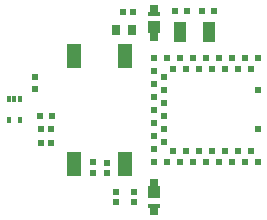
<source format=gtp>
G04 Layer_Color=8421504*
%FSLAX25Y25*%
%MOIN*%
G70*
G01*
G75*
%ADD10R,0.02362X0.02165*%
%ADD11R,0.02165X0.02362*%
%ADD12R,0.01929X0.01929*%
%ADD13R,0.04488X0.01181*%
%ADD14R,0.03150X0.02559*%
%ADD15R,0.04488X0.04016*%
%ADD16R,0.01969X0.02362*%
%ADD17R,0.02362X0.01969*%
%ADD18R,0.03937X0.07087*%
%ADD19R,0.05118X0.08268*%
%ADD20R,0.03150X0.03543*%
%ADD21R,0.01476X0.01969*%
D10*
X-37673Y-11000D02*
D03*
X-34327D02*
D03*
Y-6500D02*
D03*
X-37673Y-6500D02*
D03*
X-10173Y32500D02*
D03*
X-6827Y32500D02*
D03*
D11*
X-12500Y-27327D02*
D03*
Y-30673D02*
D03*
X-6500Y-27327D02*
D03*
Y-30673D02*
D03*
X-15700Y-20873D02*
D03*
Y-17527D02*
D03*
D12*
X34602Y-17296D02*
D03*
X30272D02*
D03*
X32437Y-13753D02*
D03*
X25941Y-17296D02*
D03*
X21610Y-17296D02*
D03*
X17279D02*
D03*
X12949D02*
D03*
X8618Y-17296D02*
D03*
X28106Y-13753D02*
D03*
X23776D02*
D03*
X34602Y6523D02*
D03*
Y-6469D02*
D03*
X10784Y-13753D02*
D03*
X6453D02*
D03*
X19445D02*
D03*
X15114D02*
D03*
X4287Y-17296D02*
D03*
X-43Y-12965D02*
D03*
X-43Y-17296D02*
D03*
X3500Y-10800D02*
D03*
X-43Y-8635D02*
D03*
X3500Y-2139D02*
D03*
Y-6469D02*
D03*
Y6523D02*
D03*
Y2192D02*
D03*
X-43Y-4304D02*
D03*
X-43Y27D02*
D03*
X-43Y8688D02*
D03*
Y4358D02*
D03*
X23776Y13806D02*
D03*
X19445D02*
D03*
X32437D02*
D03*
X28106D02*
D03*
X34602Y17350D02*
D03*
X30272D02*
D03*
X17279D02*
D03*
X15114Y13806D02*
D03*
X25941Y17350D02*
D03*
X21610D02*
D03*
X6453Y13806D02*
D03*
X3500Y10853D02*
D03*
X10784Y13806D02*
D03*
X-43Y13019D02*
D03*
X12949Y17350D02*
D03*
X4287D02*
D03*
X-43D02*
D03*
X8618D02*
D03*
D13*
X0Y-31876D02*
D03*
Y31876D02*
D03*
D14*
Y-24258D02*
D03*
Y-33648D02*
D03*
Y24258D02*
D03*
Y33648D02*
D03*
D15*
Y-27506D02*
D03*
Y27506D02*
D03*
D16*
X-34032Y-2000D02*
D03*
X-37969D02*
D03*
X7032Y33000D02*
D03*
X10968D02*
D03*
X19969D02*
D03*
X16032Y33000D02*
D03*
D17*
X-39500Y10968D02*
D03*
Y7032D02*
D03*
X-20200Y-21169D02*
D03*
Y-17232D02*
D03*
D18*
X18500Y26000D02*
D03*
X8658D02*
D03*
D19*
X-26465Y17913D02*
D03*
Y-17913D02*
D03*
X-9535Y17913D02*
D03*
Y-17913D02*
D03*
D20*
X-7441Y26500D02*
D03*
X-12559Y26500D02*
D03*
D21*
X-44500Y3500D02*
D03*
X-46468D02*
D03*
X-48437D02*
D03*
X-44500Y-3193D02*
D03*
X-48437D02*
D03*
M02*

</source>
